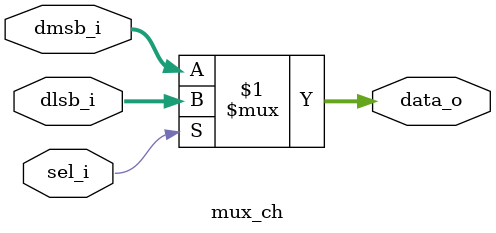
<source format=v>

module mux_ch #(
  parameter Width = 8
) (
  input               sel_i,
  input   [Width-1:0] dmsb_i,
  input   [Width-1:0] dlsb_i,
  output  [Width-1:0] data_o
);

  assign data_o = sel_i ? dlsb_i : dmsb_i;
endmodule
</source>
